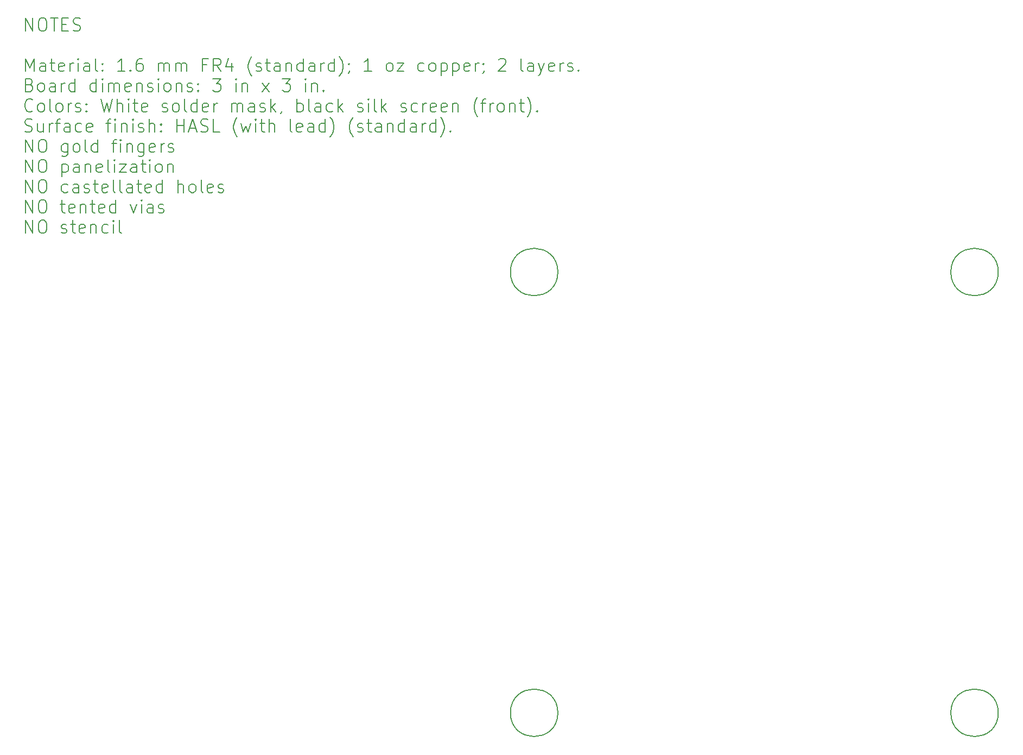
<source format=gbr>
G04 #@! TF.GenerationSoftware,KiCad,Pcbnew,(5.1.2)-1*
G04 #@! TF.CreationDate,2019-06-11T18:42:14-07:00*
G04 #@! TF.ProjectId,psu,7073752e-6b69-4636-9164-5f7063625858,rev?*
G04 #@! TF.SameCoordinates,Original*
G04 #@! TF.FileFunction,Other,Comment*
%FSLAX46Y46*%
G04 Gerber Fmt 4.6, Leading zero omitted, Abs format (unit mm)*
G04 Created by KiCad (PCBNEW (5.1.2)-1) date 2019-06-11 18:42:14*
%MOMM*%
%LPD*%
G04 APERTURE LIST*
%ADD10C,0.150000*%
G04 APERTURE END LIST*
D10*
X23433690Y-25794761D02*
X23433690Y-23794761D01*
X24576547Y-25794761D01*
X24576547Y-23794761D01*
X25909880Y-23794761D02*
X26290833Y-23794761D01*
X26481309Y-23890000D01*
X26671785Y-24080476D01*
X26767023Y-24461428D01*
X26767023Y-25128095D01*
X26671785Y-25509047D01*
X26481309Y-25699523D01*
X26290833Y-25794761D01*
X25909880Y-25794761D01*
X25719404Y-25699523D01*
X25528928Y-25509047D01*
X25433690Y-25128095D01*
X25433690Y-24461428D01*
X25528928Y-24080476D01*
X25719404Y-23890000D01*
X25909880Y-23794761D01*
X27338452Y-23794761D02*
X28481309Y-23794761D01*
X27909880Y-25794761D02*
X27909880Y-23794761D01*
X29147976Y-24747142D02*
X29814642Y-24747142D01*
X30100357Y-25794761D02*
X29147976Y-25794761D01*
X29147976Y-23794761D01*
X30100357Y-23794761D01*
X30862261Y-25699523D02*
X31147976Y-25794761D01*
X31624166Y-25794761D01*
X31814642Y-25699523D01*
X31909880Y-25604285D01*
X32005119Y-25413809D01*
X32005119Y-25223333D01*
X31909880Y-25032857D01*
X31814642Y-24937619D01*
X31624166Y-24842380D01*
X31243214Y-24747142D01*
X31052738Y-24651904D01*
X30957500Y-24556666D01*
X30862261Y-24366190D01*
X30862261Y-24175714D01*
X30957500Y-23985238D01*
X31052738Y-23890000D01*
X31243214Y-23794761D01*
X31719404Y-23794761D01*
X32005119Y-23890000D01*
X23433690Y-32094761D02*
X23433690Y-30094761D01*
X24100357Y-31523333D01*
X24767023Y-30094761D01*
X24767023Y-32094761D01*
X26576547Y-32094761D02*
X26576547Y-31047142D01*
X26481309Y-30856666D01*
X26290833Y-30761428D01*
X25909880Y-30761428D01*
X25719404Y-30856666D01*
X26576547Y-31999523D02*
X26386071Y-32094761D01*
X25909880Y-32094761D01*
X25719404Y-31999523D01*
X25624166Y-31809047D01*
X25624166Y-31618571D01*
X25719404Y-31428095D01*
X25909880Y-31332857D01*
X26386071Y-31332857D01*
X26576547Y-31237619D01*
X27243214Y-30761428D02*
X28005119Y-30761428D01*
X27528928Y-30094761D02*
X27528928Y-31809047D01*
X27624166Y-31999523D01*
X27814642Y-32094761D01*
X28005119Y-32094761D01*
X29433690Y-31999523D02*
X29243214Y-32094761D01*
X28862261Y-32094761D01*
X28671785Y-31999523D01*
X28576547Y-31809047D01*
X28576547Y-31047142D01*
X28671785Y-30856666D01*
X28862261Y-30761428D01*
X29243214Y-30761428D01*
X29433690Y-30856666D01*
X29528928Y-31047142D01*
X29528928Y-31237619D01*
X28576547Y-31428095D01*
X30386071Y-32094761D02*
X30386071Y-30761428D01*
X30386071Y-31142380D02*
X30481309Y-30951904D01*
X30576547Y-30856666D01*
X30767023Y-30761428D01*
X30957500Y-30761428D01*
X31624166Y-32094761D02*
X31624166Y-30761428D01*
X31624166Y-30094761D02*
X31528928Y-30190000D01*
X31624166Y-30285238D01*
X31719404Y-30190000D01*
X31624166Y-30094761D01*
X31624166Y-30285238D01*
X33433690Y-32094761D02*
X33433690Y-31047142D01*
X33338452Y-30856666D01*
X33147976Y-30761428D01*
X32767023Y-30761428D01*
X32576547Y-30856666D01*
X33433690Y-31999523D02*
X33243214Y-32094761D01*
X32767023Y-32094761D01*
X32576547Y-31999523D01*
X32481309Y-31809047D01*
X32481309Y-31618571D01*
X32576547Y-31428095D01*
X32767023Y-31332857D01*
X33243214Y-31332857D01*
X33433690Y-31237619D01*
X34671785Y-32094761D02*
X34481309Y-31999523D01*
X34386071Y-31809047D01*
X34386071Y-30094761D01*
X35433690Y-31904285D02*
X35528928Y-31999523D01*
X35433690Y-32094761D01*
X35338452Y-31999523D01*
X35433690Y-31904285D01*
X35433690Y-32094761D01*
X35433690Y-30856666D02*
X35528928Y-30951904D01*
X35433690Y-31047142D01*
X35338452Y-30951904D01*
X35433690Y-30856666D01*
X35433690Y-31047142D01*
X38957500Y-32094761D02*
X37814642Y-32094761D01*
X38386071Y-32094761D02*
X38386071Y-30094761D01*
X38195595Y-30380476D01*
X38005119Y-30570952D01*
X37814642Y-30666190D01*
X39814642Y-31904285D02*
X39909880Y-31999523D01*
X39814642Y-32094761D01*
X39719404Y-31999523D01*
X39814642Y-31904285D01*
X39814642Y-32094761D01*
X41624166Y-30094761D02*
X41243214Y-30094761D01*
X41052738Y-30190000D01*
X40957500Y-30285238D01*
X40767023Y-30570952D01*
X40671785Y-30951904D01*
X40671785Y-31713809D01*
X40767023Y-31904285D01*
X40862261Y-31999523D01*
X41052738Y-32094761D01*
X41433690Y-32094761D01*
X41624166Y-31999523D01*
X41719404Y-31904285D01*
X41814642Y-31713809D01*
X41814642Y-31237619D01*
X41719404Y-31047142D01*
X41624166Y-30951904D01*
X41433690Y-30856666D01*
X41052738Y-30856666D01*
X40862261Y-30951904D01*
X40767023Y-31047142D01*
X40671785Y-31237619D01*
X44195595Y-32094761D02*
X44195595Y-30761428D01*
X44195595Y-30951904D02*
X44290833Y-30856666D01*
X44481309Y-30761428D01*
X44767023Y-30761428D01*
X44957500Y-30856666D01*
X45052738Y-31047142D01*
X45052738Y-32094761D01*
X45052738Y-31047142D02*
X45147976Y-30856666D01*
X45338452Y-30761428D01*
X45624166Y-30761428D01*
X45814642Y-30856666D01*
X45909880Y-31047142D01*
X45909880Y-32094761D01*
X46862261Y-32094761D02*
X46862261Y-30761428D01*
X46862261Y-30951904D02*
X46957500Y-30856666D01*
X47147976Y-30761428D01*
X47433690Y-30761428D01*
X47624166Y-30856666D01*
X47719404Y-31047142D01*
X47719404Y-32094761D01*
X47719404Y-31047142D02*
X47814642Y-30856666D01*
X48005119Y-30761428D01*
X48290833Y-30761428D01*
X48481309Y-30856666D01*
X48576547Y-31047142D01*
X48576547Y-32094761D01*
X51719404Y-31047142D02*
X51052738Y-31047142D01*
X51052738Y-32094761D02*
X51052738Y-30094761D01*
X52005119Y-30094761D01*
X53909880Y-32094761D02*
X53243214Y-31142380D01*
X52767023Y-32094761D02*
X52767023Y-30094761D01*
X53528928Y-30094761D01*
X53719404Y-30190000D01*
X53814642Y-30285238D01*
X53909880Y-30475714D01*
X53909880Y-30761428D01*
X53814642Y-30951904D01*
X53719404Y-31047142D01*
X53528928Y-31142380D01*
X52767023Y-31142380D01*
X55624166Y-30761428D02*
X55624166Y-32094761D01*
X55147976Y-29999523D02*
X54671785Y-31428095D01*
X55909880Y-31428095D01*
X58767023Y-32856666D02*
X58671785Y-32761428D01*
X58481309Y-32475714D01*
X58386071Y-32285238D01*
X58290833Y-31999523D01*
X58195595Y-31523333D01*
X58195595Y-31142380D01*
X58290833Y-30666190D01*
X58386071Y-30380476D01*
X58481309Y-30190000D01*
X58671785Y-29904285D01*
X58767023Y-29809047D01*
X59433690Y-31999523D02*
X59624166Y-32094761D01*
X60005119Y-32094761D01*
X60195595Y-31999523D01*
X60290833Y-31809047D01*
X60290833Y-31713809D01*
X60195595Y-31523333D01*
X60005119Y-31428095D01*
X59719404Y-31428095D01*
X59528928Y-31332857D01*
X59433690Y-31142380D01*
X59433690Y-31047142D01*
X59528928Y-30856666D01*
X59719404Y-30761428D01*
X60005119Y-30761428D01*
X60195595Y-30856666D01*
X60862261Y-30761428D02*
X61624166Y-30761428D01*
X61147976Y-30094761D02*
X61147976Y-31809047D01*
X61243214Y-31999523D01*
X61433690Y-32094761D01*
X61624166Y-32094761D01*
X63147976Y-32094761D02*
X63147976Y-31047142D01*
X63052738Y-30856666D01*
X62862261Y-30761428D01*
X62481309Y-30761428D01*
X62290833Y-30856666D01*
X63147976Y-31999523D02*
X62957499Y-32094761D01*
X62481309Y-32094761D01*
X62290833Y-31999523D01*
X62195595Y-31809047D01*
X62195595Y-31618571D01*
X62290833Y-31428095D01*
X62481309Y-31332857D01*
X62957499Y-31332857D01*
X63147976Y-31237619D01*
X64100357Y-30761428D02*
X64100357Y-32094761D01*
X64100357Y-30951904D02*
X64195595Y-30856666D01*
X64386071Y-30761428D01*
X64671785Y-30761428D01*
X64862261Y-30856666D01*
X64957499Y-31047142D01*
X64957499Y-32094761D01*
X66767023Y-32094761D02*
X66767023Y-30094761D01*
X66767023Y-31999523D02*
X66576547Y-32094761D01*
X66195595Y-32094761D01*
X66005119Y-31999523D01*
X65909880Y-31904285D01*
X65814642Y-31713809D01*
X65814642Y-31142380D01*
X65909880Y-30951904D01*
X66005119Y-30856666D01*
X66195595Y-30761428D01*
X66576547Y-30761428D01*
X66767023Y-30856666D01*
X68576547Y-32094761D02*
X68576547Y-31047142D01*
X68481309Y-30856666D01*
X68290833Y-30761428D01*
X67909880Y-30761428D01*
X67719404Y-30856666D01*
X68576547Y-31999523D02*
X68386071Y-32094761D01*
X67909880Y-32094761D01*
X67719404Y-31999523D01*
X67624166Y-31809047D01*
X67624166Y-31618571D01*
X67719404Y-31428095D01*
X67909880Y-31332857D01*
X68386071Y-31332857D01*
X68576547Y-31237619D01*
X69528928Y-32094761D02*
X69528928Y-30761428D01*
X69528928Y-31142380D02*
X69624166Y-30951904D01*
X69719404Y-30856666D01*
X69909880Y-30761428D01*
X70100357Y-30761428D01*
X71624166Y-32094761D02*
X71624166Y-30094761D01*
X71624166Y-31999523D02*
X71433690Y-32094761D01*
X71052738Y-32094761D01*
X70862261Y-31999523D01*
X70767023Y-31904285D01*
X70671785Y-31713809D01*
X70671785Y-31142380D01*
X70767023Y-30951904D01*
X70862261Y-30856666D01*
X71052738Y-30761428D01*
X71433690Y-30761428D01*
X71624166Y-30856666D01*
X72386071Y-32856666D02*
X72481309Y-32761428D01*
X72671785Y-32475714D01*
X72767023Y-32285238D01*
X72862261Y-31999523D01*
X72957499Y-31523333D01*
X72957499Y-31142380D01*
X72862261Y-30666190D01*
X72767023Y-30380476D01*
X72671785Y-30190000D01*
X72481309Y-29904285D01*
X72386071Y-29809047D01*
X74005119Y-31999523D02*
X74005119Y-32094761D01*
X73909880Y-32285238D01*
X73814642Y-32380476D01*
X73909880Y-30856666D02*
X74005119Y-30951904D01*
X73909880Y-31047142D01*
X73814642Y-30951904D01*
X73909880Y-30856666D01*
X73909880Y-31047142D01*
X77433690Y-32094761D02*
X76290833Y-32094761D01*
X76862261Y-32094761D02*
X76862261Y-30094761D01*
X76671785Y-30380476D01*
X76481309Y-30570952D01*
X76290833Y-30666190D01*
X80100357Y-32094761D02*
X79909880Y-31999523D01*
X79814642Y-31904285D01*
X79719404Y-31713809D01*
X79719404Y-31142380D01*
X79814642Y-30951904D01*
X79909880Y-30856666D01*
X80100357Y-30761428D01*
X80386071Y-30761428D01*
X80576547Y-30856666D01*
X80671785Y-30951904D01*
X80767023Y-31142380D01*
X80767023Y-31713809D01*
X80671785Y-31904285D01*
X80576547Y-31999523D01*
X80386071Y-32094761D01*
X80100357Y-32094761D01*
X81433690Y-30761428D02*
X82481309Y-30761428D01*
X81433690Y-32094761D01*
X82481309Y-32094761D01*
X85624166Y-31999523D02*
X85433690Y-32094761D01*
X85052738Y-32094761D01*
X84862261Y-31999523D01*
X84767023Y-31904285D01*
X84671785Y-31713809D01*
X84671785Y-31142380D01*
X84767023Y-30951904D01*
X84862261Y-30856666D01*
X85052738Y-30761428D01*
X85433690Y-30761428D01*
X85624166Y-30856666D01*
X86767023Y-32094761D02*
X86576547Y-31999523D01*
X86481309Y-31904285D01*
X86386071Y-31713809D01*
X86386071Y-31142380D01*
X86481309Y-30951904D01*
X86576547Y-30856666D01*
X86767023Y-30761428D01*
X87052738Y-30761428D01*
X87243214Y-30856666D01*
X87338452Y-30951904D01*
X87433690Y-31142380D01*
X87433690Y-31713809D01*
X87338452Y-31904285D01*
X87243214Y-31999523D01*
X87052738Y-32094761D01*
X86767023Y-32094761D01*
X88290833Y-30761428D02*
X88290833Y-32761428D01*
X88290833Y-30856666D02*
X88481309Y-30761428D01*
X88862261Y-30761428D01*
X89052738Y-30856666D01*
X89147976Y-30951904D01*
X89243214Y-31142380D01*
X89243214Y-31713809D01*
X89147976Y-31904285D01*
X89052738Y-31999523D01*
X88862261Y-32094761D01*
X88481309Y-32094761D01*
X88290833Y-31999523D01*
X90100357Y-30761428D02*
X90100357Y-32761428D01*
X90100357Y-30856666D02*
X90290833Y-30761428D01*
X90671785Y-30761428D01*
X90862261Y-30856666D01*
X90957499Y-30951904D01*
X91052738Y-31142380D01*
X91052738Y-31713809D01*
X90957499Y-31904285D01*
X90862261Y-31999523D01*
X90671785Y-32094761D01*
X90290833Y-32094761D01*
X90100357Y-31999523D01*
X92671785Y-31999523D02*
X92481309Y-32094761D01*
X92100357Y-32094761D01*
X91909880Y-31999523D01*
X91814642Y-31809047D01*
X91814642Y-31047142D01*
X91909880Y-30856666D01*
X92100357Y-30761428D01*
X92481309Y-30761428D01*
X92671785Y-30856666D01*
X92767023Y-31047142D01*
X92767023Y-31237619D01*
X91814642Y-31428095D01*
X93624166Y-32094761D02*
X93624166Y-30761428D01*
X93624166Y-31142380D02*
X93719404Y-30951904D01*
X93814642Y-30856666D01*
X94005119Y-30761428D01*
X94195595Y-30761428D01*
X94957499Y-31999523D02*
X94957499Y-32094761D01*
X94862261Y-32285238D01*
X94767023Y-32380476D01*
X94862261Y-30856666D02*
X94957499Y-30951904D01*
X94862261Y-31047142D01*
X94767023Y-30951904D01*
X94862261Y-30856666D01*
X94862261Y-31047142D01*
X97243214Y-30285238D02*
X97338452Y-30190000D01*
X97528928Y-30094761D01*
X98005119Y-30094761D01*
X98195595Y-30190000D01*
X98290833Y-30285238D01*
X98386071Y-30475714D01*
X98386071Y-30666190D01*
X98290833Y-30951904D01*
X97147976Y-32094761D01*
X98386071Y-32094761D01*
X101052738Y-32094761D02*
X100862261Y-31999523D01*
X100767023Y-31809047D01*
X100767023Y-30094761D01*
X102671785Y-32094761D02*
X102671785Y-31047142D01*
X102576547Y-30856666D01*
X102386071Y-30761428D01*
X102005119Y-30761428D01*
X101814642Y-30856666D01*
X102671785Y-31999523D02*
X102481309Y-32094761D01*
X102005119Y-32094761D01*
X101814642Y-31999523D01*
X101719404Y-31809047D01*
X101719404Y-31618571D01*
X101814642Y-31428095D01*
X102005119Y-31332857D01*
X102481309Y-31332857D01*
X102671785Y-31237619D01*
X103433690Y-30761428D02*
X103909880Y-32094761D01*
X104386071Y-30761428D02*
X103909880Y-32094761D01*
X103719404Y-32570952D01*
X103624166Y-32666190D01*
X103433690Y-32761428D01*
X105909880Y-31999523D02*
X105719404Y-32094761D01*
X105338452Y-32094761D01*
X105147976Y-31999523D01*
X105052738Y-31809047D01*
X105052738Y-31047142D01*
X105147976Y-30856666D01*
X105338452Y-30761428D01*
X105719404Y-30761428D01*
X105909880Y-30856666D01*
X106005119Y-31047142D01*
X106005119Y-31237619D01*
X105052738Y-31428095D01*
X106862261Y-32094761D02*
X106862261Y-30761428D01*
X106862261Y-31142380D02*
X106957499Y-30951904D01*
X107052738Y-30856666D01*
X107243214Y-30761428D01*
X107433690Y-30761428D01*
X108005119Y-31999523D02*
X108195595Y-32094761D01*
X108576547Y-32094761D01*
X108767023Y-31999523D01*
X108862261Y-31809047D01*
X108862261Y-31713809D01*
X108767023Y-31523333D01*
X108576547Y-31428095D01*
X108290833Y-31428095D01*
X108100357Y-31332857D01*
X108005119Y-31142380D01*
X108005119Y-31047142D01*
X108100357Y-30856666D01*
X108290833Y-30761428D01*
X108576547Y-30761428D01*
X108767023Y-30856666D01*
X109719404Y-31904285D02*
X109814642Y-31999523D01*
X109719404Y-32094761D01*
X109624166Y-31999523D01*
X109719404Y-31904285D01*
X109719404Y-32094761D01*
X24100357Y-34197142D02*
X24386071Y-34292380D01*
X24481309Y-34387619D01*
X24576547Y-34578095D01*
X24576547Y-34863809D01*
X24481309Y-35054285D01*
X24386071Y-35149523D01*
X24195595Y-35244761D01*
X23433690Y-35244761D01*
X23433690Y-33244761D01*
X24100357Y-33244761D01*
X24290833Y-33340000D01*
X24386071Y-33435238D01*
X24481309Y-33625714D01*
X24481309Y-33816190D01*
X24386071Y-34006666D01*
X24290833Y-34101904D01*
X24100357Y-34197142D01*
X23433690Y-34197142D01*
X25719404Y-35244761D02*
X25528928Y-35149523D01*
X25433690Y-35054285D01*
X25338452Y-34863809D01*
X25338452Y-34292380D01*
X25433690Y-34101904D01*
X25528928Y-34006666D01*
X25719404Y-33911428D01*
X26005119Y-33911428D01*
X26195595Y-34006666D01*
X26290833Y-34101904D01*
X26386071Y-34292380D01*
X26386071Y-34863809D01*
X26290833Y-35054285D01*
X26195595Y-35149523D01*
X26005119Y-35244761D01*
X25719404Y-35244761D01*
X28100357Y-35244761D02*
X28100357Y-34197142D01*
X28005119Y-34006666D01*
X27814642Y-33911428D01*
X27433690Y-33911428D01*
X27243214Y-34006666D01*
X28100357Y-35149523D02*
X27909880Y-35244761D01*
X27433690Y-35244761D01*
X27243214Y-35149523D01*
X27147976Y-34959047D01*
X27147976Y-34768571D01*
X27243214Y-34578095D01*
X27433690Y-34482857D01*
X27909880Y-34482857D01*
X28100357Y-34387619D01*
X29052738Y-35244761D02*
X29052738Y-33911428D01*
X29052738Y-34292380D02*
X29147976Y-34101904D01*
X29243214Y-34006666D01*
X29433690Y-33911428D01*
X29624166Y-33911428D01*
X31147976Y-35244761D02*
X31147976Y-33244761D01*
X31147976Y-35149523D02*
X30957500Y-35244761D01*
X30576547Y-35244761D01*
X30386071Y-35149523D01*
X30290833Y-35054285D01*
X30195595Y-34863809D01*
X30195595Y-34292380D01*
X30290833Y-34101904D01*
X30386071Y-34006666D01*
X30576547Y-33911428D01*
X30957500Y-33911428D01*
X31147976Y-34006666D01*
X34481309Y-35244761D02*
X34481309Y-33244761D01*
X34481309Y-35149523D02*
X34290833Y-35244761D01*
X33909880Y-35244761D01*
X33719404Y-35149523D01*
X33624166Y-35054285D01*
X33528928Y-34863809D01*
X33528928Y-34292380D01*
X33624166Y-34101904D01*
X33719404Y-34006666D01*
X33909880Y-33911428D01*
X34290833Y-33911428D01*
X34481309Y-34006666D01*
X35433690Y-35244761D02*
X35433690Y-33911428D01*
X35433690Y-33244761D02*
X35338452Y-33340000D01*
X35433690Y-33435238D01*
X35528928Y-33340000D01*
X35433690Y-33244761D01*
X35433690Y-33435238D01*
X36386071Y-35244761D02*
X36386071Y-33911428D01*
X36386071Y-34101904D02*
X36481309Y-34006666D01*
X36671785Y-33911428D01*
X36957500Y-33911428D01*
X37147976Y-34006666D01*
X37243214Y-34197142D01*
X37243214Y-35244761D01*
X37243214Y-34197142D02*
X37338452Y-34006666D01*
X37528928Y-33911428D01*
X37814642Y-33911428D01*
X38005119Y-34006666D01*
X38100357Y-34197142D01*
X38100357Y-35244761D01*
X39814642Y-35149523D02*
X39624166Y-35244761D01*
X39243214Y-35244761D01*
X39052738Y-35149523D01*
X38957500Y-34959047D01*
X38957500Y-34197142D01*
X39052738Y-34006666D01*
X39243214Y-33911428D01*
X39624166Y-33911428D01*
X39814642Y-34006666D01*
X39909880Y-34197142D01*
X39909880Y-34387619D01*
X38957500Y-34578095D01*
X40767023Y-33911428D02*
X40767023Y-35244761D01*
X40767023Y-34101904D02*
X40862261Y-34006666D01*
X41052738Y-33911428D01*
X41338452Y-33911428D01*
X41528928Y-34006666D01*
X41624166Y-34197142D01*
X41624166Y-35244761D01*
X42481309Y-35149523D02*
X42671785Y-35244761D01*
X43052738Y-35244761D01*
X43243214Y-35149523D01*
X43338452Y-34959047D01*
X43338452Y-34863809D01*
X43243214Y-34673333D01*
X43052738Y-34578095D01*
X42767023Y-34578095D01*
X42576547Y-34482857D01*
X42481309Y-34292380D01*
X42481309Y-34197142D01*
X42576547Y-34006666D01*
X42767023Y-33911428D01*
X43052738Y-33911428D01*
X43243214Y-34006666D01*
X44195595Y-35244761D02*
X44195595Y-33911428D01*
X44195595Y-33244761D02*
X44100357Y-33340000D01*
X44195595Y-33435238D01*
X44290833Y-33340000D01*
X44195595Y-33244761D01*
X44195595Y-33435238D01*
X45433690Y-35244761D02*
X45243214Y-35149523D01*
X45147976Y-35054285D01*
X45052738Y-34863809D01*
X45052738Y-34292380D01*
X45147976Y-34101904D01*
X45243214Y-34006666D01*
X45433690Y-33911428D01*
X45719404Y-33911428D01*
X45909880Y-34006666D01*
X46005119Y-34101904D01*
X46100357Y-34292380D01*
X46100357Y-34863809D01*
X46005119Y-35054285D01*
X45909880Y-35149523D01*
X45719404Y-35244761D01*
X45433690Y-35244761D01*
X46957500Y-33911428D02*
X46957500Y-35244761D01*
X46957500Y-34101904D02*
X47052738Y-34006666D01*
X47243214Y-33911428D01*
X47528928Y-33911428D01*
X47719404Y-34006666D01*
X47814642Y-34197142D01*
X47814642Y-35244761D01*
X48671785Y-35149523D02*
X48862261Y-35244761D01*
X49243214Y-35244761D01*
X49433690Y-35149523D01*
X49528928Y-34959047D01*
X49528928Y-34863809D01*
X49433690Y-34673333D01*
X49243214Y-34578095D01*
X48957500Y-34578095D01*
X48767023Y-34482857D01*
X48671785Y-34292380D01*
X48671785Y-34197142D01*
X48767023Y-34006666D01*
X48957500Y-33911428D01*
X49243214Y-33911428D01*
X49433690Y-34006666D01*
X50386071Y-35054285D02*
X50481309Y-35149523D01*
X50386071Y-35244761D01*
X50290833Y-35149523D01*
X50386071Y-35054285D01*
X50386071Y-35244761D01*
X50386071Y-34006666D02*
X50481309Y-34101904D01*
X50386071Y-34197142D01*
X50290833Y-34101904D01*
X50386071Y-34006666D01*
X50386071Y-34197142D01*
X52671785Y-33244761D02*
X53909880Y-33244761D01*
X53243214Y-34006666D01*
X53528928Y-34006666D01*
X53719404Y-34101904D01*
X53814642Y-34197142D01*
X53909880Y-34387619D01*
X53909880Y-34863809D01*
X53814642Y-35054285D01*
X53719404Y-35149523D01*
X53528928Y-35244761D01*
X52957499Y-35244761D01*
X52767023Y-35149523D01*
X52671785Y-35054285D01*
X56290833Y-35244761D02*
X56290833Y-33911428D01*
X56290833Y-33244761D02*
X56195595Y-33340000D01*
X56290833Y-33435238D01*
X56386071Y-33340000D01*
X56290833Y-33244761D01*
X56290833Y-33435238D01*
X57243214Y-33911428D02*
X57243214Y-35244761D01*
X57243214Y-34101904D02*
X57338452Y-34006666D01*
X57528928Y-33911428D01*
X57814642Y-33911428D01*
X58005119Y-34006666D01*
X58100357Y-34197142D01*
X58100357Y-35244761D01*
X60386071Y-35244761D02*
X61433690Y-33911428D01*
X60386071Y-33911428D02*
X61433690Y-35244761D01*
X63528928Y-33244761D02*
X64767023Y-33244761D01*
X64100357Y-34006666D01*
X64386071Y-34006666D01*
X64576547Y-34101904D01*
X64671785Y-34197142D01*
X64767023Y-34387619D01*
X64767023Y-34863809D01*
X64671785Y-35054285D01*
X64576547Y-35149523D01*
X64386071Y-35244761D01*
X63814642Y-35244761D01*
X63624166Y-35149523D01*
X63528928Y-35054285D01*
X67147976Y-35244761D02*
X67147976Y-33911428D01*
X67147976Y-33244761D02*
X67052738Y-33340000D01*
X67147976Y-33435238D01*
X67243214Y-33340000D01*
X67147976Y-33244761D01*
X67147976Y-33435238D01*
X68100357Y-33911428D02*
X68100357Y-35244761D01*
X68100357Y-34101904D02*
X68195595Y-34006666D01*
X68386071Y-33911428D01*
X68671785Y-33911428D01*
X68862261Y-34006666D01*
X68957499Y-34197142D01*
X68957499Y-35244761D01*
X69909880Y-35054285D02*
X70005119Y-35149523D01*
X69909880Y-35244761D01*
X69814642Y-35149523D01*
X69909880Y-35054285D01*
X69909880Y-35244761D01*
X24576547Y-38204285D02*
X24481309Y-38299523D01*
X24195595Y-38394761D01*
X24005119Y-38394761D01*
X23719404Y-38299523D01*
X23528928Y-38109047D01*
X23433690Y-37918571D01*
X23338452Y-37537619D01*
X23338452Y-37251904D01*
X23433690Y-36870952D01*
X23528928Y-36680476D01*
X23719404Y-36490000D01*
X24005119Y-36394761D01*
X24195595Y-36394761D01*
X24481309Y-36490000D01*
X24576547Y-36585238D01*
X25719404Y-38394761D02*
X25528928Y-38299523D01*
X25433690Y-38204285D01*
X25338452Y-38013809D01*
X25338452Y-37442380D01*
X25433690Y-37251904D01*
X25528928Y-37156666D01*
X25719404Y-37061428D01*
X26005119Y-37061428D01*
X26195595Y-37156666D01*
X26290833Y-37251904D01*
X26386071Y-37442380D01*
X26386071Y-38013809D01*
X26290833Y-38204285D01*
X26195595Y-38299523D01*
X26005119Y-38394761D01*
X25719404Y-38394761D01*
X27528928Y-38394761D02*
X27338452Y-38299523D01*
X27243214Y-38109047D01*
X27243214Y-36394761D01*
X28576547Y-38394761D02*
X28386071Y-38299523D01*
X28290833Y-38204285D01*
X28195595Y-38013809D01*
X28195595Y-37442380D01*
X28290833Y-37251904D01*
X28386071Y-37156666D01*
X28576547Y-37061428D01*
X28862261Y-37061428D01*
X29052738Y-37156666D01*
X29147976Y-37251904D01*
X29243214Y-37442380D01*
X29243214Y-38013809D01*
X29147976Y-38204285D01*
X29052738Y-38299523D01*
X28862261Y-38394761D01*
X28576547Y-38394761D01*
X30100357Y-38394761D02*
X30100357Y-37061428D01*
X30100357Y-37442380D02*
X30195595Y-37251904D01*
X30290833Y-37156666D01*
X30481309Y-37061428D01*
X30671785Y-37061428D01*
X31243214Y-38299523D02*
X31433690Y-38394761D01*
X31814642Y-38394761D01*
X32005119Y-38299523D01*
X32100357Y-38109047D01*
X32100357Y-38013809D01*
X32005119Y-37823333D01*
X31814642Y-37728095D01*
X31528928Y-37728095D01*
X31338452Y-37632857D01*
X31243214Y-37442380D01*
X31243214Y-37347142D01*
X31338452Y-37156666D01*
X31528928Y-37061428D01*
X31814642Y-37061428D01*
X32005119Y-37156666D01*
X32957500Y-38204285D02*
X33052738Y-38299523D01*
X32957500Y-38394761D01*
X32862261Y-38299523D01*
X32957500Y-38204285D01*
X32957500Y-38394761D01*
X32957500Y-37156666D02*
X33052738Y-37251904D01*
X32957500Y-37347142D01*
X32862261Y-37251904D01*
X32957500Y-37156666D01*
X32957500Y-37347142D01*
X35243214Y-36394761D02*
X35719404Y-38394761D01*
X36100357Y-36966190D01*
X36481309Y-38394761D01*
X36957500Y-36394761D01*
X37719404Y-38394761D02*
X37719404Y-36394761D01*
X38576547Y-38394761D02*
X38576547Y-37347142D01*
X38481309Y-37156666D01*
X38290833Y-37061428D01*
X38005119Y-37061428D01*
X37814642Y-37156666D01*
X37719404Y-37251904D01*
X39528928Y-38394761D02*
X39528928Y-37061428D01*
X39528928Y-36394761D02*
X39433690Y-36490000D01*
X39528928Y-36585238D01*
X39624166Y-36490000D01*
X39528928Y-36394761D01*
X39528928Y-36585238D01*
X40195595Y-37061428D02*
X40957500Y-37061428D01*
X40481309Y-36394761D02*
X40481309Y-38109047D01*
X40576547Y-38299523D01*
X40767023Y-38394761D01*
X40957500Y-38394761D01*
X42386071Y-38299523D02*
X42195595Y-38394761D01*
X41814642Y-38394761D01*
X41624166Y-38299523D01*
X41528928Y-38109047D01*
X41528928Y-37347142D01*
X41624166Y-37156666D01*
X41814642Y-37061428D01*
X42195595Y-37061428D01*
X42386071Y-37156666D01*
X42481309Y-37347142D01*
X42481309Y-37537619D01*
X41528928Y-37728095D01*
X44767023Y-38299523D02*
X44957499Y-38394761D01*
X45338452Y-38394761D01*
X45528928Y-38299523D01*
X45624166Y-38109047D01*
X45624166Y-38013809D01*
X45528928Y-37823333D01*
X45338452Y-37728095D01*
X45052738Y-37728095D01*
X44862261Y-37632857D01*
X44767023Y-37442380D01*
X44767023Y-37347142D01*
X44862261Y-37156666D01*
X45052738Y-37061428D01*
X45338452Y-37061428D01*
X45528928Y-37156666D01*
X46767023Y-38394761D02*
X46576547Y-38299523D01*
X46481309Y-38204285D01*
X46386071Y-38013809D01*
X46386071Y-37442380D01*
X46481309Y-37251904D01*
X46576547Y-37156666D01*
X46767023Y-37061428D01*
X47052738Y-37061428D01*
X47243214Y-37156666D01*
X47338452Y-37251904D01*
X47433690Y-37442380D01*
X47433690Y-38013809D01*
X47338452Y-38204285D01*
X47243214Y-38299523D01*
X47052738Y-38394761D01*
X46767023Y-38394761D01*
X48576547Y-38394761D02*
X48386071Y-38299523D01*
X48290833Y-38109047D01*
X48290833Y-36394761D01*
X50195595Y-38394761D02*
X50195595Y-36394761D01*
X50195595Y-38299523D02*
X50005119Y-38394761D01*
X49624166Y-38394761D01*
X49433690Y-38299523D01*
X49338452Y-38204285D01*
X49243214Y-38013809D01*
X49243214Y-37442380D01*
X49338452Y-37251904D01*
X49433690Y-37156666D01*
X49624166Y-37061428D01*
X50005119Y-37061428D01*
X50195595Y-37156666D01*
X51909880Y-38299523D02*
X51719404Y-38394761D01*
X51338452Y-38394761D01*
X51147976Y-38299523D01*
X51052738Y-38109047D01*
X51052738Y-37347142D01*
X51147976Y-37156666D01*
X51338452Y-37061428D01*
X51719404Y-37061428D01*
X51909880Y-37156666D01*
X52005119Y-37347142D01*
X52005119Y-37537619D01*
X51052738Y-37728095D01*
X52862261Y-38394761D02*
X52862261Y-37061428D01*
X52862261Y-37442380D02*
X52957499Y-37251904D01*
X53052738Y-37156666D01*
X53243214Y-37061428D01*
X53433690Y-37061428D01*
X55624166Y-38394761D02*
X55624166Y-37061428D01*
X55624166Y-37251904D02*
X55719404Y-37156666D01*
X55909880Y-37061428D01*
X56195595Y-37061428D01*
X56386071Y-37156666D01*
X56481309Y-37347142D01*
X56481309Y-38394761D01*
X56481309Y-37347142D02*
X56576547Y-37156666D01*
X56767023Y-37061428D01*
X57052738Y-37061428D01*
X57243214Y-37156666D01*
X57338452Y-37347142D01*
X57338452Y-38394761D01*
X59147976Y-38394761D02*
X59147976Y-37347142D01*
X59052738Y-37156666D01*
X58862261Y-37061428D01*
X58481309Y-37061428D01*
X58290833Y-37156666D01*
X59147976Y-38299523D02*
X58957499Y-38394761D01*
X58481309Y-38394761D01*
X58290833Y-38299523D01*
X58195595Y-38109047D01*
X58195595Y-37918571D01*
X58290833Y-37728095D01*
X58481309Y-37632857D01*
X58957499Y-37632857D01*
X59147976Y-37537619D01*
X60005119Y-38299523D02*
X60195595Y-38394761D01*
X60576547Y-38394761D01*
X60767023Y-38299523D01*
X60862261Y-38109047D01*
X60862261Y-38013809D01*
X60767023Y-37823333D01*
X60576547Y-37728095D01*
X60290833Y-37728095D01*
X60100357Y-37632857D01*
X60005119Y-37442380D01*
X60005119Y-37347142D01*
X60100357Y-37156666D01*
X60290833Y-37061428D01*
X60576547Y-37061428D01*
X60767023Y-37156666D01*
X61719404Y-38394761D02*
X61719404Y-36394761D01*
X61909880Y-37632857D02*
X62481309Y-38394761D01*
X62481309Y-37061428D02*
X61719404Y-37823333D01*
X63433690Y-38299523D02*
X63433690Y-38394761D01*
X63338452Y-38585238D01*
X63243214Y-38680476D01*
X65814642Y-38394761D02*
X65814642Y-36394761D01*
X65814642Y-37156666D02*
X66005119Y-37061428D01*
X66386071Y-37061428D01*
X66576547Y-37156666D01*
X66671785Y-37251904D01*
X66767023Y-37442380D01*
X66767023Y-38013809D01*
X66671785Y-38204285D01*
X66576547Y-38299523D01*
X66386071Y-38394761D01*
X66005119Y-38394761D01*
X65814642Y-38299523D01*
X67909880Y-38394761D02*
X67719404Y-38299523D01*
X67624166Y-38109047D01*
X67624166Y-36394761D01*
X69528928Y-38394761D02*
X69528928Y-37347142D01*
X69433690Y-37156666D01*
X69243214Y-37061428D01*
X68862261Y-37061428D01*
X68671785Y-37156666D01*
X69528928Y-38299523D02*
X69338452Y-38394761D01*
X68862261Y-38394761D01*
X68671785Y-38299523D01*
X68576547Y-38109047D01*
X68576547Y-37918571D01*
X68671785Y-37728095D01*
X68862261Y-37632857D01*
X69338452Y-37632857D01*
X69528928Y-37537619D01*
X71338452Y-38299523D02*
X71147976Y-38394761D01*
X70767023Y-38394761D01*
X70576547Y-38299523D01*
X70481309Y-38204285D01*
X70386071Y-38013809D01*
X70386071Y-37442380D01*
X70481309Y-37251904D01*
X70576547Y-37156666D01*
X70767023Y-37061428D01*
X71147976Y-37061428D01*
X71338452Y-37156666D01*
X72195595Y-38394761D02*
X72195595Y-36394761D01*
X72386071Y-37632857D02*
X72957499Y-38394761D01*
X72957499Y-37061428D02*
X72195595Y-37823333D01*
X75243214Y-38299523D02*
X75433690Y-38394761D01*
X75814642Y-38394761D01*
X76005119Y-38299523D01*
X76100357Y-38109047D01*
X76100357Y-38013809D01*
X76005119Y-37823333D01*
X75814642Y-37728095D01*
X75528928Y-37728095D01*
X75338452Y-37632857D01*
X75243214Y-37442380D01*
X75243214Y-37347142D01*
X75338452Y-37156666D01*
X75528928Y-37061428D01*
X75814642Y-37061428D01*
X76005119Y-37156666D01*
X76957499Y-38394761D02*
X76957499Y-37061428D01*
X76957499Y-36394761D02*
X76862261Y-36490000D01*
X76957499Y-36585238D01*
X77052738Y-36490000D01*
X76957499Y-36394761D01*
X76957499Y-36585238D01*
X78195595Y-38394761D02*
X78005119Y-38299523D01*
X77909880Y-38109047D01*
X77909880Y-36394761D01*
X78957499Y-38394761D02*
X78957499Y-36394761D01*
X79147976Y-37632857D02*
X79719404Y-38394761D01*
X79719404Y-37061428D02*
X78957499Y-37823333D01*
X82005119Y-38299523D02*
X82195595Y-38394761D01*
X82576547Y-38394761D01*
X82767023Y-38299523D01*
X82862261Y-38109047D01*
X82862261Y-38013809D01*
X82767023Y-37823333D01*
X82576547Y-37728095D01*
X82290833Y-37728095D01*
X82100357Y-37632857D01*
X82005119Y-37442380D01*
X82005119Y-37347142D01*
X82100357Y-37156666D01*
X82290833Y-37061428D01*
X82576547Y-37061428D01*
X82767023Y-37156666D01*
X84576547Y-38299523D02*
X84386071Y-38394761D01*
X84005119Y-38394761D01*
X83814642Y-38299523D01*
X83719404Y-38204285D01*
X83624166Y-38013809D01*
X83624166Y-37442380D01*
X83719404Y-37251904D01*
X83814642Y-37156666D01*
X84005119Y-37061428D01*
X84386071Y-37061428D01*
X84576547Y-37156666D01*
X85433690Y-38394761D02*
X85433690Y-37061428D01*
X85433690Y-37442380D02*
X85528928Y-37251904D01*
X85624166Y-37156666D01*
X85814642Y-37061428D01*
X86005119Y-37061428D01*
X87433690Y-38299523D02*
X87243214Y-38394761D01*
X86862261Y-38394761D01*
X86671785Y-38299523D01*
X86576547Y-38109047D01*
X86576547Y-37347142D01*
X86671785Y-37156666D01*
X86862261Y-37061428D01*
X87243214Y-37061428D01*
X87433690Y-37156666D01*
X87528928Y-37347142D01*
X87528928Y-37537619D01*
X86576547Y-37728095D01*
X89147976Y-38299523D02*
X88957499Y-38394761D01*
X88576547Y-38394761D01*
X88386071Y-38299523D01*
X88290833Y-38109047D01*
X88290833Y-37347142D01*
X88386071Y-37156666D01*
X88576547Y-37061428D01*
X88957499Y-37061428D01*
X89147976Y-37156666D01*
X89243214Y-37347142D01*
X89243214Y-37537619D01*
X88290833Y-37728095D01*
X90100357Y-37061428D02*
X90100357Y-38394761D01*
X90100357Y-37251904D02*
X90195595Y-37156666D01*
X90386071Y-37061428D01*
X90671785Y-37061428D01*
X90862261Y-37156666D01*
X90957499Y-37347142D01*
X90957499Y-38394761D01*
X94005119Y-39156666D02*
X93909880Y-39061428D01*
X93719404Y-38775714D01*
X93624166Y-38585238D01*
X93528928Y-38299523D01*
X93433690Y-37823333D01*
X93433690Y-37442380D01*
X93528928Y-36966190D01*
X93624166Y-36680476D01*
X93719404Y-36490000D01*
X93909880Y-36204285D01*
X94005119Y-36109047D01*
X94481309Y-37061428D02*
X95243214Y-37061428D01*
X94767023Y-38394761D02*
X94767023Y-36680476D01*
X94862261Y-36490000D01*
X95052738Y-36394761D01*
X95243214Y-36394761D01*
X95909880Y-38394761D02*
X95909880Y-37061428D01*
X95909880Y-37442380D02*
X96005119Y-37251904D01*
X96100357Y-37156666D01*
X96290833Y-37061428D01*
X96481309Y-37061428D01*
X97433690Y-38394761D02*
X97243214Y-38299523D01*
X97147976Y-38204285D01*
X97052738Y-38013809D01*
X97052738Y-37442380D01*
X97147976Y-37251904D01*
X97243214Y-37156666D01*
X97433690Y-37061428D01*
X97719404Y-37061428D01*
X97909880Y-37156666D01*
X98005119Y-37251904D01*
X98100357Y-37442380D01*
X98100357Y-38013809D01*
X98005119Y-38204285D01*
X97909880Y-38299523D01*
X97719404Y-38394761D01*
X97433690Y-38394761D01*
X98957499Y-37061428D02*
X98957499Y-38394761D01*
X98957499Y-37251904D02*
X99052738Y-37156666D01*
X99243214Y-37061428D01*
X99528928Y-37061428D01*
X99719404Y-37156666D01*
X99814642Y-37347142D01*
X99814642Y-38394761D01*
X100481309Y-37061428D02*
X101243214Y-37061428D01*
X100767023Y-36394761D02*
X100767023Y-38109047D01*
X100862261Y-38299523D01*
X101052738Y-38394761D01*
X101243214Y-38394761D01*
X101719404Y-39156666D02*
X101814642Y-39061428D01*
X102005119Y-38775714D01*
X102100357Y-38585238D01*
X102195595Y-38299523D01*
X102290833Y-37823333D01*
X102290833Y-37442380D01*
X102195595Y-36966190D01*
X102100357Y-36680476D01*
X102005119Y-36490000D01*
X101814642Y-36204285D01*
X101719404Y-36109047D01*
X103243214Y-38204285D02*
X103338452Y-38299523D01*
X103243214Y-38394761D01*
X103147976Y-38299523D01*
X103243214Y-38204285D01*
X103243214Y-38394761D01*
X23338452Y-41449523D02*
X23624166Y-41544761D01*
X24100357Y-41544761D01*
X24290833Y-41449523D01*
X24386071Y-41354285D01*
X24481309Y-41163809D01*
X24481309Y-40973333D01*
X24386071Y-40782857D01*
X24290833Y-40687619D01*
X24100357Y-40592380D01*
X23719404Y-40497142D01*
X23528928Y-40401904D01*
X23433690Y-40306666D01*
X23338452Y-40116190D01*
X23338452Y-39925714D01*
X23433690Y-39735238D01*
X23528928Y-39640000D01*
X23719404Y-39544761D01*
X24195595Y-39544761D01*
X24481309Y-39640000D01*
X26195595Y-40211428D02*
X26195595Y-41544761D01*
X25338452Y-40211428D02*
X25338452Y-41259047D01*
X25433690Y-41449523D01*
X25624166Y-41544761D01*
X25909880Y-41544761D01*
X26100357Y-41449523D01*
X26195595Y-41354285D01*
X27147976Y-41544761D02*
X27147976Y-40211428D01*
X27147976Y-40592380D02*
X27243214Y-40401904D01*
X27338452Y-40306666D01*
X27528928Y-40211428D01*
X27719404Y-40211428D01*
X28100357Y-40211428D02*
X28862261Y-40211428D01*
X28386071Y-41544761D02*
X28386071Y-39830476D01*
X28481309Y-39640000D01*
X28671785Y-39544761D01*
X28862261Y-39544761D01*
X30386071Y-41544761D02*
X30386071Y-40497142D01*
X30290833Y-40306666D01*
X30100357Y-40211428D01*
X29719404Y-40211428D01*
X29528928Y-40306666D01*
X30386071Y-41449523D02*
X30195595Y-41544761D01*
X29719404Y-41544761D01*
X29528928Y-41449523D01*
X29433690Y-41259047D01*
X29433690Y-41068571D01*
X29528928Y-40878095D01*
X29719404Y-40782857D01*
X30195595Y-40782857D01*
X30386071Y-40687619D01*
X32195595Y-41449523D02*
X32005119Y-41544761D01*
X31624166Y-41544761D01*
X31433690Y-41449523D01*
X31338452Y-41354285D01*
X31243214Y-41163809D01*
X31243214Y-40592380D01*
X31338452Y-40401904D01*
X31433690Y-40306666D01*
X31624166Y-40211428D01*
X32005119Y-40211428D01*
X32195595Y-40306666D01*
X33814642Y-41449523D02*
X33624166Y-41544761D01*
X33243214Y-41544761D01*
X33052738Y-41449523D01*
X32957500Y-41259047D01*
X32957500Y-40497142D01*
X33052738Y-40306666D01*
X33243214Y-40211428D01*
X33624166Y-40211428D01*
X33814642Y-40306666D01*
X33909880Y-40497142D01*
X33909880Y-40687619D01*
X32957500Y-40878095D01*
X36005119Y-40211428D02*
X36767023Y-40211428D01*
X36290833Y-41544761D02*
X36290833Y-39830476D01*
X36386071Y-39640000D01*
X36576547Y-39544761D01*
X36767023Y-39544761D01*
X37433690Y-41544761D02*
X37433690Y-40211428D01*
X37433690Y-39544761D02*
X37338452Y-39640000D01*
X37433690Y-39735238D01*
X37528928Y-39640000D01*
X37433690Y-39544761D01*
X37433690Y-39735238D01*
X38386071Y-40211428D02*
X38386071Y-41544761D01*
X38386071Y-40401904D02*
X38481309Y-40306666D01*
X38671785Y-40211428D01*
X38957500Y-40211428D01*
X39147976Y-40306666D01*
X39243214Y-40497142D01*
X39243214Y-41544761D01*
X40195595Y-41544761D02*
X40195595Y-40211428D01*
X40195595Y-39544761D02*
X40100357Y-39640000D01*
X40195595Y-39735238D01*
X40290833Y-39640000D01*
X40195595Y-39544761D01*
X40195595Y-39735238D01*
X41052738Y-41449523D02*
X41243214Y-41544761D01*
X41624166Y-41544761D01*
X41814642Y-41449523D01*
X41909880Y-41259047D01*
X41909880Y-41163809D01*
X41814642Y-40973333D01*
X41624166Y-40878095D01*
X41338452Y-40878095D01*
X41147976Y-40782857D01*
X41052738Y-40592380D01*
X41052738Y-40497142D01*
X41147976Y-40306666D01*
X41338452Y-40211428D01*
X41624166Y-40211428D01*
X41814642Y-40306666D01*
X42767023Y-41544761D02*
X42767023Y-39544761D01*
X43624166Y-41544761D02*
X43624166Y-40497142D01*
X43528928Y-40306666D01*
X43338452Y-40211428D01*
X43052738Y-40211428D01*
X42862261Y-40306666D01*
X42767023Y-40401904D01*
X44576547Y-41354285D02*
X44671785Y-41449523D01*
X44576547Y-41544761D01*
X44481309Y-41449523D01*
X44576547Y-41354285D01*
X44576547Y-41544761D01*
X44576547Y-40306666D02*
X44671785Y-40401904D01*
X44576547Y-40497142D01*
X44481309Y-40401904D01*
X44576547Y-40306666D01*
X44576547Y-40497142D01*
X47052738Y-41544761D02*
X47052738Y-39544761D01*
X47052738Y-40497142D02*
X48195595Y-40497142D01*
X48195595Y-41544761D02*
X48195595Y-39544761D01*
X49052738Y-40973333D02*
X50005119Y-40973333D01*
X48862261Y-41544761D02*
X49528928Y-39544761D01*
X50195595Y-41544761D01*
X50767023Y-41449523D02*
X51052738Y-41544761D01*
X51528928Y-41544761D01*
X51719404Y-41449523D01*
X51814642Y-41354285D01*
X51909880Y-41163809D01*
X51909880Y-40973333D01*
X51814642Y-40782857D01*
X51719404Y-40687619D01*
X51528928Y-40592380D01*
X51147976Y-40497142D01*
X50957499Y-40401904D01*
X50862261Y-40306666D01*
X50767023Y-40116190D01*
X50767023Y-39925714D01*
X50862261Y-39735238D01*
X50957499Y-39640000D01*
X51147976Y-39544761D01*
X51624166Y-39544761D01*
X51909880Y-39640000D01*
X53719404Y-41544761D02*
X52767023Y-41544761D01*
X52767023Y-39544761D01*
X56481309Y-42306666D02*
X56386071Y-42211428D01*
X56195595Y-41925714D01*
X56100357Y-41735238D01*
X56005119Y-41449523D01*
X55909880Y-40973333D01*
X55909880Y-40592380D01*
X56005119Y-40116190D01*
X56100357Y-39830476D01*
X56195595Y-39640000D01*
X56386071Y-39354285D01*
X56481309Y-39259047D01*
X57052738Y-40211428D02*
X57433690Y-41544761D01*
X57814642Y-40592380D01*
X58195595Y-41544761D01*
X58576547Y-40211428D01*
X59338452Y-41544761D02*
X59338452Y-40211428D01*
X59338452Y-39544761D02*
X59243214Y-39640000D01*
X59338452Y-39735238D01*
X59433690Y-39640000D01*
X59338452Y-39544761D01*
X59338452Y-39735238D01*
X60005119Y-40211428D02*
X60767023Y-40211428D01*
X60290833Y-39544761D02*
X60290833Y-41259047D01*
X60386071Y-41449523D01*
X60576547Y-41544761D01*
X60767023Y-41544761D01*
X61433690Y-41544761D02*
X61433690Y-39544761D01*
X62290833Y-41544761D02*
X62290833Y-40497142D01*
X62195595Y-40306666D01*
X62005119Y-40211428D01*
X61719404Y-40211428D01*
X61528928Y-40306666D01*
X61433690Y-40401904D01*
X65052738Y-41544761D02*
X64862261Y-41449523D01*
X64767023Y-41259047D01*
X64767023Y-39544761D01*
X66576547Y-41449523D02*
X66386071Y-41544761D01*
X66005119Y-41544761D01*
X65814642Y-41449523D01*
X65719404Y-41259047D01*
X65719404Y-40497142D01*
X65814642Y-40306666D01*
X66005119Y-40211428D01*
X66386071Y-40211428D01*
X66576547Y-40306666D01*
X66671785Y-40497142D01*
X66671785Y-40687619D01*
X65719404Y-40878095D01*
X68386071Y-41544761D02*
X68386071Y-40497142D01*
X68290833Y-40306666D01*
X68100357Y-40211428D01*
X67719404Y-40211428D01*
X67528928Y-40306666D01*
X68386071Y-41449523D02*
X68195595Y-41544761D01*
X67719404Y-41544761D01*
X67528928Y-41449523D01*
X67433690Y-41259047D01*
X67433690Y-41068571D01*
X67528928Y-40878095D01*
X67719404Y-40782857D01*
X68195595Y-40782857D01*
X68386071Y-40687619D01*
X70195595Y-41544761D02*
X70195595Y-39544761D01*
X70195595Y-41449523D02*
X70005119Y-41544761D01*
X69624166Y-41544761D01*
X69433690Y-41449523D01*
X69338452Y-41354285D01*
X69243214Y-41163809D01*
X69243214Y-40592380D01*
X69338452Y-40401904D01*
X69433690Y-40306666D01*
X69624166Y-40211428D01*
X70005119Y-40211428D01*
X70195595Y-40306666D01*
X70957499Y-42306666D02*
X71052738Y-42211428D01*
X71243214Y-41925714D01*
X71338452Y-41735238D01*
X71433690Y-41449523D01*
X71528928Y-40973333D01*
X71528928Y-40592380D01*
X71433690Y-40116190D01*
X71338452Y-39830476D01*
X71243214Y-39640000D01*
X71052738Y-39354285D01*
X70957499Y-39259047D01*
X74576547Y-42306666D02*
X74481309Y-42211428D01*
X74290833Y-41925714D01*
X74195595Y-41735238D01*
X74100357Y-41449523D01*
X74005119Y-40973333D01*
X74005119Y-40592380D01*
X74100357Y-40116190D01*
X74195595Y-39830476D01*
X74290833Y-39640000D01*
X74481309Y-39354285D01*
X74576547Y-39259047D01*
X75243214Y-41449523D02*
X75433690Y-41544761D01*
X75814642Y-41544761D01*
X76005119Y-41449523D01*
X76100357Y-41259047D01*
X76100357Y-41163809D01*
X76005119Y-40973333D01*
X75814642Y-40878095D01*
X75528928Y-40878095D01*
X75338452Y-40782857D01*
X75243214Y-40592380D01*
X75243214Y-40497142D01*
X75338452Y-40306666D01*
X75528928Y-40211428D01*
X75814642Y-40211428D01*
X76005119Y-40306666D01*
X76671785Y-40211428D02*
X77433690Y-40211428D01*
X76957499Y-39544761D02*
X76957499Y-41259047D01*
X77052738Y-41449523D01*
X77243214Y-41544761D01*
X77433690Y-41544761D01*
X78957499Y-41544761D02*
X78957499Y-40497142D01*
X78862261Y-40306666D01*
X78671785Y-40211428D01*
X78290833Y-40211428D01*
X78100357Y-40306666D01*
X78957499Y-41449523D02*
X78767023Y-41544761D01*
X78290833Y-41544761D01*
X78100357Y-41449523D01*
X78005119Y-41259047D01*
X78005119Y-41068571D01*
X78100357Y-40878095D01*
X78290833Y-40782857D01*
X78767023Y-40782857D01*
X78957499Y-40687619D01*
X79909880Y-40211428D02*
X79909880Y-41544761D01*
X79909880Y-40401904D02*
X80005119Y-40306666D01*
X80195595Y-40211428D01*
X80481309Y-40211428D01*
X80671785Y-40306666D01*
X80767023Y-40497142D01*
X80767023Y-41544761D01*
X82576547Y-41544761D02*
X82576547Y-39544761D01*
X82576547Y-41449523D02*
X82386071Y-41544761D01*
X82005119Y-41544761D01*
X81814642Y-41449523D01*
X81719404Y-41354285D01*
X81624166Y-41163809D01*
X81624166Y-40592380D01*
X81719404Y-40401904D01*
X81814642Y-40306666D01*
X82005119Y-40211428D01*
X82386071Y-40211428D01*
X82576547Y-40306666D01*
X84386071Y-41544761D02*
X84386071Y-40497142D01*
X84290833Y-40306666D01*
X84100357Y-40211428D01*
X83719404Y-40211428D01*
X83528928Y-40306666D01*
X84386071Y-41449523D02*
X84195595Y-41544761D01*
X83719404Y-41544761D01*
X83528928Y-41449523D01*
X83433690Y-41259047D01*
X83433690Y-41068571D01*
X83528928Y-40878095D01*
X83719404Y-40782857D01*
X84195595Y-40782857D01*
X84386071Y-40687619D01*
X85338452Y-41544761D02*
X85338452Y-40211428D01*
X85338452Y-40592380D02*
X85433690Y-40401904D01*
X85528928Y-40306666D01*
X85719404Y-40211428D01*
X85909880Y-40211428D01*
X87433690Y-41544761D02*
X87433690Y-39544761D01*
X87433690Y-41449523D02*
X87243214Y-41544761D01*
X86862261Y-41544761D01*
X86671785Y-41449523D01*
X86576547Y-41354285D01*
X86481309Y-41163809D01*
X86481309Y-40592380D01*
X86576547Y-40401904D01*
X86671785Y-40306666D01*
X86862261Y-40211428D01*
X87243214Y-40211428D01*
X87433690Y-40306666D01*
X88195595Y-42306666D02*
X88290833Y-42211428D01*
X88481309Y-41925714D01*
X88576547Y-41735238D01*
X88671785Y-41449523D01*
X88767023Y-40973333D01*
X88767023Y-40592380D01*
X88671785Y-40116190D01*
X88576547Y-39830476D01*
X88481309Y-39640000D01*
X88290833Y-39354285D01*
X88195595Y-39259047D01*
X89719404Y-41354285D02*
X89814642Y-41449523D01*
X89719404Y-41544761D01*
X89624166Y-41449523D01*
X89719404Y-41354285D01*
X89719404Y-41544761D01*
X23433690Y-44694761D02*
X23433690Y-42694761D01*
X24576547Y-44694761D01*
X24576547Y-42694761D01*
X25909880Y-42694761D02*
X26290833Y-42694761D01*
X26481309Y-42790000D01*
X26671785Y-42980476D01*
X26767023Y-43361428D01*
X26767023Y-44028095D01*
X26671785Y-44409047D01*
X26481309Y-44599523D01*
X26290833Y-44694761D01*
X25909880Y-44694761D01*
X25719404Y-44599523D01*
X25528928Y-44409047D01*
X25433690Y-44028095D01*
X25433690Y-43361428D01*
X25528928Y-42980476D01*
X25719404Y-42790000D01*
X25909880Y-42694761D01*
X30005119Y-43361428D02*
X30005119Y-44980476D01*
X29909880Y-45170952D01*
X29814642Y-45266190D01*
X29624166Y-45361428D01*
X29338452Y-45361428D01*
X29147976Y-45266190D01*
X30005119Y-44599523D02*
X29814642Y-44694761D01*
X29433690Y-44694761D01*
X29243214Y-44599523D01*
X29147976Y-44504285D01*
X29052738Y-44313809D01*
X29052738Y-43742380D01*
X29147976Y-43551904D01*
X29243214Y-43456666D01*
X29433690Y-43361428D01*
X29814642Y-43361428D01*
X30005119Y-43456666D01*
X31243214Y-44694761D02*
X31052738Y-44599523D01*
X30957500Y-44504285D01*
X30862261Y-44313809D01*
X30862261Y-43742380D01*
X30957500Y-43551904D01*
X31052738Y-43456666D01*
X31243214Y-43361428D01*
X31528928Y-43361428D01*
X31719404Y-43456666D01*
X31814642Y-43551904D01*
X31909880Y-43742380D01*
X31909880Y-44313809D01*
X31814642Y-44504285D01*
X31719404Y-44599523D01*
X31528928Y-44694761D01*
X31243214Y-44694761D01*
X33052738Y-44694761D02*
X32862261Y-44599523D01*
X32767023Y-44409047D01*
X32767023Y-42694761D01*
X34671785Y-44694761D02*
X34671785Y-42694761D01*
X34671785Y-44599523D02*
X34481309Y-44694761D01*
X34100357Y-44694761D01*
X33909880Y-44599523D01*
X33814642Y-44504285D01*
X33719404Y-44313809D01*
X33719404Y-43742380D01*
X33814642Y-43551904D01*
X33909880Y-43456666D01*
X34100357Y-43361428D01*
X34481309Y-43361428D01*
X34671785Y-43456666D01*
X36862261Y-43361428D02*
X37624166Y-43361428D01*
X37147976Y-44694761D02*
X37147976Y-42980476D01*
X37243214Y-42790000D01*
X37433690Y-42694761D01*
X37624166Y-42694761D01*
X38290833Y-44694761D02*
X38290833Y-43361428D01*
X38290833Y-42694761D02*
X38195595Y-42790000D01*
X38290833Y-42885238D01*
X38386071Y-42790000D01*
X38290833Y-42694761D01*
X38290833Y-42885238D01*
X39243214Y-43361428D02*
X39243214Y-44694761D01*
X39243214Y-43551904D02*
X39338452Y-43456666D01*
X39528928Y-43361428D01*
X39814642Y-43361428D01*
X40005119Y-43456666D01*
X40100357Y-43647142D01*
X40100357Y-44694761D01*
X41909880Y-43361428D02*
X41909880Y-44980476D01*
X41814642Y-45170952D01*
X41719404Y-45266190D01*
X41528928Y-45361428D01*
X41243214Y-45361428D01*
X41052738Y-45266190D01*
X41909880Y-44599523D02*
X41719404Y-44694761D01*
X41338452Y-44694761D01*
X41147976Y-44599523D01*
X41052738Y-44504285D01*
X40957500Y-44313809D01*
X40957500Y-43742380D01*
X41052738Y-43551904D01*
X41147976Y-43456666D01*
X41338452Y-43361428D01*
X41719404Y-43361428D01*
X41909880Y-43456666D01*
X43624166Y-44599523D02*
X43433690Y-44694761D01*
X43052738Y-44694761D01*
X42862261Y-44599523D01*
X42767023Y-44409047D01*
X42767023Y-43647142D01*
X42862261Y-43456666D01*
X43052738Y-43361428D01*
X43433690Y-43361428D01*
X43624166Y-43456666D01*
X43719404Y-43647142D01*
X43719404Y-43837619D01*
X42767023Y-44028095D01*
X44576547Y-44694761D02*
X44576547Y-43361428D01*
X44576547Y-43742380D02*
X44671785Y-43551904D01*
X44767023Y-43456666D01*
X44957500Y-43361428D01*
X45147976Y-43361428D01*
X45719404Y-44599523D02*
X45909880Y-44694761D01*
X46290833Y-44694761D01*
X46481309Y-44599523D01*
X46576547Y-44409047D01*
X46576547Y-44313809D01*
X46481309Y-44123333D01*
X46290833Y-44028095D01*
X46005119Y-44028095D01*
X45814642Y-43932857D01*
X45719404Y-43742380D01*
X45719404Y-43647142D01*
X45814642Y-43456666D01*
X46005119Y-43361428D01*
X46290833Y-43361428D01*
X46481309Y-43456666D01*
X23433690Y-47844761D02*
X23433690Y-45844761D01*
X24576547Y-47844761D01*
X24576547Y-45844761D01*
X25909880Y-45844761D02*
X26290833Y-45844761D01*
X26481309Y-45940000D01*
X26671785Y-46130476D01*
X26767023Y-46511428D01*
X26767023Y-47178095D01*
X26671785Y-47559047D01*
X26481309Y-47749523D01*
X26290833Y-47844761D01*
X25909880Y-47844761D01*
X25719404Y-47749523D01*
X25528928Y-47559047D01*
X25433690Y-47178095D01*
X25433690Y-46511428D01*
X25528928Y-46130476D01*
X25719404Y-45940000D01*
X25909880Y-45844761D01*
X29147976Y-46511428D02*
X29147976Y-48511428D01*
X29147976Y-46606666D02*
X29338452Y-46511428D01*
X29719404Y-46511428D01*
X29909880Y-46606666D01*
X30005119Y-46701904D01*
X30100357Y-46892380D01*
X30100357Y-47463809D01*
X30005119Y-47654285D01*
X29909880Y-47749523D01*
X29719404Y-47844761D01*
X29338452Y-47844761D01*
X29147976Y-47749523D01*
X31814642Y-47844761D02*
X31814642Y-46797142D01*
X31719404Y-46606666D01*
X31528928Y-46511428D01*
X31147976Y-46511428D01*
X30957500Y-46606666D01*
X31814642Y-47749523D02*
X31624166Y-47844761D01*
X31147976Y-47844761D01*
X30957500Y-47749523D01*
X30862261Y-47559047D01*
X30862261Y-47368571D01*
X30957500Y-47178095D01*
X31147976Y-47082857D01*
X31624166Y-47082857D01*
X31814642Y-46987619D01*
X32767023Y-46511428D02*
X32767023Y-47844761D01*
X32767023Y-46701904D02*
X32862261Y-46606666D01*
X33052738Y-46511428D01*
X33338452Y-46511428D01*
X33528928Y-46606666D01*
X33624166Y-46797142D01*
X33624166Y-47844761D01*
X35338452Y-47749523D02*
X35147976Y-47844761D01*
X34767023Y-47844761D01*
X34576547Y-47749523D01*
X34481309Y-47559047D01*
X34481309Y-46797142D01*
X34576547Y-46606666D01*
X34767023Y-46511428D01*
X35147976Y-46511428D01*
X35338452Y-46606666D01*
X35433690Y-46797142D01*
X35433690Y-46987619D01*
X34481309Y-47178095D01*
X36576547Y-47844761D02*
X36386071Y-47749523D01*
X36290833Y-47559047D01*
X36290833Y-45844761D01*
X37338452Y-47844761D02*
X37338452Y-46511428D01*
X37338452Y-45844761D02*
X37243214Y-45940000D01*
X37338452Y-46035238D01*
X37433690Y-45940000D01*
X37338452Y-45844761D01*
X37338452Y-46035238D01*
X38100357Y-46511428D02*
X39147976Y-46511428D01*
X38100357Y-47844761D01*
X39147976Y-47844761D01*
X40767023Y-47844761D02*
X40767023Y-46797142D01*
X40671785Y-46606666D01*
X40481309Y-46511428D01*
X40100357Y-46511428D01*
X39909880Y-46606666D01*
X40767023Y-47749523D02*
X40576547Y-47844761D01*
X40100357Y-47844761D01*
X39909880Y-47749523D01*
X39814642Y-47559047D01*
X39814642Y-47368571D01*
X39909880Y-47178095D01*
X40100357Y-47082857D01*
X40576547Y-47082857D01*
X40767023Y-46987619D01*
X41433690Y-46511428D02*
X42195595Y-46511428D01*
X41719404Y-45844761D02*
X41719404Y-47559047D01*
X41814642Y-47749523D01*
X42005119Y-47844761D01*
X42195595Y-47844761D01*
X42862261Y-47844761D02*
X42862261Y-46511428D01*
X42862261Y-45844761D02*
X42767023Y-45940000D01*
X42862261Y-46035238D01*
X42957500Y-45940000D01*
X42862261Y-45844761D01*
X42862261Y-46035238D01*
X44100357Y-47844761D02*
X43909880Y-47749523D01*
X43814642Y-47654285D01*
X43719404Y-47463809D01*
X43719404Y-46892380D01*
X43814642Y-46701904D01*
X43909880Y-46606666D01*
X44100357Y-46511428D01*
X44386071Y-46511428D01*
X44576547Y-46606666D01*
X44671785Y-46701904D01*
X44767023Y-46892380D01*
X44767023Y-47463809D01*
X44671785Y-47654285D01*
X44576547Y-47749523D01*
X44386071Y-47844761D01*
X44100357Y-47844761D01*
X45624166Y-46511428D02*
X45624166Y-47844761D01*
X45624166Y-46701904D02*
X45719404Y-46606666D01*
X45909880Y-46511428D01*
X46195595Y-46511428D01*
X46386071Y-46606666D01*
X46481309Y-46797142D01*
X46481309Y-47844761D01*
X23433690Y-50994761D02*
X23433690Y-48994761D01*
X24576547Y-50994761D01*
X24576547Y-48994761D01*
X25909880Y-48994761D02*
X26290833Y-48994761D01*
X26481309Y-49090000D01*
X26671785Y-49280476D01*
X26767023Y-49661428D01*
X26767023Y-50328095D01*
X26671785Y-50709047D01*
X26481309Y-50899523D01*
X26290833Y-50994761D01*
X25909880Y-50994761D01*
X25719404Y-50899523D01*
X25528928Y-50709047D01*
X25433690Y-50328095D01*
X25433690Y-49661428D01*
X25528928Y-49280476D01*
X25719404Y-49090000D01*
X25909880Y-48994761D01*
X30005119Y-50899523D02*
X29814642Y-50994761D01*
X29433690Y-50994761D01*
X29243214Y-50899523D01*
X29147976Y-50804285D01*
X29052738Y-50613809D01*
X29052738Y-50042380D01*
X29147976Y-49851904D01*
X29243214Y-49756666D01*
X29433690Y-49661428D01*
X29814642Y-49661428D01*
X30005119Y-49756666D01*
X31719404Y-50994761D02*
X31719404Y-49947142D01*
X31624166Y-49756666D01*
X31433690Y-49661428D01*
X31052738Y-49661428D01*
X30862261Y-49756666D01*
X31719404Y-50899523D02*
X31528928Y-50994761D01*
X31052738Y-50994761D01*
X30862261Y-50899523D01*
X30767023Y-50709047D01*
X30767023Y-50518571D01*
X30862261Y-50328095D01*
X31052738Y-50232857D01*
X31528928Y-50232857D01*
X31719404Y-50137619D01*
X32576547Y-50899523D02*
X32767023Y-50994761D01*
X33147976Y-50994761D01*
X33338452Y-50899523D01*
X33433690Y-50709047D01*
X33433690Y-50613809D01*
X33338452Y-50423333D01*
X33147976Y-50328095D01*
X32862261Y-50328095D01*
X32671785Y-50232857D01*
X32576547Y-50042380D01*
X32576547Y-49947142D01*
X32671785Y-49756666D01*
X32862261Y-49661428D01*
X33147976Y-49661428D01*
X33338452Y-49756666D01*
X34005119Y-49661428D02*
X34767023Y-49661428D01*
X34290833Y-48994761D02*
X34290833Y-50709047D01*
X34386071Y-50899523D01*
X34576547Y-50994761D01*
X34767023Y-50994761D01*
X36195595Y-50899523D02*
X36005119Y-50994761D01*
X35624166Y-50994761D01*
X35433690Y-50899523D01*
X35338452Y-50709047D01*
X35338452Y-49947142D01*
X35433690Y-49756666D01*
X35624166Y-49661428D01*
X36005119Y-49661428D01*
X36195595Y-49756666D01*
X36290833Y-49947142D01*
X36290833Y-50137619D01*
X35338452Y-50328095D01*
X37433690Y-50994761D02*
X37243214Y-50899523D01*
X37147976Y-50709047D01*
X37147976Y-48994761D01*
X38481309Y-50994761D02*
X38290833Y-50899523D01*
X38195595Y-50709047D01*
X38195595Y-48994761D01*
X40100357Y-50994761D02*
X40100357Y-49947142D01*
X40005119Y-49756666D01*
X39814642Y-49661428D01*
X39433690Y-49661428D01*
X39243214Y-49756666D01*
X40100357Y-50899523D02*
X39909880Y-50994761D01*
X39433690Y-50994761D01*
X39243214Y-50899523D01*
X39147976Y-50709047D01*
X39147976Y-50518571D01*
X39243214Y-50328095D01*
X39433690Y-50232857D01*
X39909880Y-50232857D01*
X40100357Y-50137619D01*
X40767023Y-49661428D02*
X41528928Y-49661428D01*
X41052738Y-48994761D02*
X41052738Y-50709047D01*
X41147976Y-50899523D01*
X41338452Y-50994761D01*
X41528928Y-50994761D01*
X42957500Y-50899523D02*
X42767023Y-50994761D01*
X42386071Y-50994761D01*
X42195595Y-50899523D01*
X42100357Y-50709047D01*
X42100357Y-49947142D01*
X42195595Y-49756666D01*
X42386071Y-49661428D01*
X42767023Y-49661428D01*
X42957500Y-49756666D01*
X43052738Y-49947142D01*
X43052738Y-50137619D01*
X42100357Y-50328095D01*
X44767023Y-50994761D02*
X44767023Y-48994761D01*
X44767023Y-50899523D02*
X44576547Y-50994761D01*
X44195595Y-50994761D01*
X44005119Y-50899523D01*
X43909880Y-50804285D01*
X43814642Y-50613809D01*
X43814642Y-50042380D01*
X43909880Y-49851904D01*
X44005119Y-49756666D01*
X44195595Y-49661428D01*
X44576547Y-49661428D01*
X44767023Y-49756666D01*
X47243214Y-50994761D02*
X47243214Y-48994761D01*
X48100357Y-50994761D02*
X48100357Y-49947142D01*
X48005119Y-49756666D01*
X47814642Y-49661428D01*
X47528928Y-49661428D01*
X47338452Y-49756666D01*
X47243214Y-49851904D01*
X49338452Y-50994761D02*
X49147976Y-50899523D01*
X49052738Y-50804285D01*
X48957499Y-50613809D01*
X48957499Y-50042380D01*
X49052738Y-49851904D01*
X49147976Y-49756666D01*
X49338452Y-49661428D01*
X49624166Y-49661428D01*
X49814642Y-49756666D01*
X49909880Y-49851904D01*
X50005119Y-50042380D01*
X50005119Y-50613809D01*
X49909880Y-50804285D01*
X49814642Y-50899523D01*
X49624166Y-50994761D01*
X49338452Y-50994761D01*
X51147976Y-50994761D02*
X50957499Y-50899523D01*
X50862261Y-50709047D01*
X50862261Y-48994761D01*
X52671785Y-50899523D02*
X52481309Y-50994761D01*
X52100357Y-50994761D01*
X51909880Y-50899523D01*
X51814642Y-50709047D01*
X51814642Y-49947142D01*
X51909880Y-49756666D01*
X52100357Y-49661428D01*
X52481309Y-49661428D01*
X52671785Y-49756666D01*
X52767023Y-49947142D01*
X52767023Y-50137619D01*
X51814642Y-50328095D01*
X53528928Y-50899523D02*
X53719404Y-50994761D01*
X54100357Y-50994761D01*
X54290833Y-50899523D01*
X54386071Y-50709047D01*
X54386071Y-50613809D01*
X54290833Y-50423333D01*
X54100357Y-50328095D01*
X53814642Y-50328095D01*
X53624166Y-50232857D01*
X53528928Y-50042380D01*
X53528928Y-49947142D01*
X53624166Y-49756666D01*
X53814642Y-49661428D01*
X54100357Y-49661428D01*
X54290833Y-49756666D01*
X23433690Y-54144761D02*
X23433690Y-52144761D01*
X24576547Y-54144761D01*
X24576547Y-52144761D01*
X25909880Y-52144761D02*
X26290833Y-52144761D01*
X26481309Y-52240000D01*
X26671785Y-52430476D01*
X26767023Y-52811428D01*
X26767023Y-53478095D01*
X26671785Y-53859047D01*
X26481309Y-54049523D01*
X26290833Y-54144761D01*
X25909880Y-54144761D01*
X25719404Y-54049523D01*
X25528928Y-53859047D01*
X25433690Y-53478095D01*
X25433690Y-52811428D01*
X25528928Y-52430476D01*
X25719404Y-52240000D01*
X25909880Y-52144761D01*
X28862261Y-52811428D02*
X29624166Y-52811428D01*
X29147976Y-52144761D02*
X29147976Y-53859047D01*
X29243214Y-54049523D01*
X29433690Y-54144761D01*
X29624166Y-54144761D01*
X31052738Y-54049523D02*
X30862261Y-54144761D01*
X30481309Y-54144761D01*
X30290833Y-54049523D01*
X30195595Y-53859047D01*
X30195595Y-53097142D01*
X30290833Y-52906666D01*
X30481309Y-52811428D01*
X30862261Y-52811428D01*
X31052738Y-52906666D01*
X31147976Y-53097142D01*
X31147976Y-53287619D01*
X30195595Y-53478095D01*
X32005119Y-52811428D02*
X32005119Y-54144761D01*
X32005119Y-53001904D02*
X32100357Y-52906666D01*
X32290833Y-52811428D01*
X32576547Y-52811428D01*
X32767023Y-52906666D01*
X32862261Y-53097142D01*
X32862261Y-54144761D01*
X33528928Y-52811428D02*
X34290833Y-52811428D01*
X33814642Y-52144761D02*
X33814642Y-53859047D01*
X33909880Y-54049523D01*
X34100357Y-54144761D01*
X34290833Y-54144761D01*
X35719404Y-54049523D02*
X35528928Y-54144761D01*
X35147976Y-54144761D01*
X34957500Y-54049523D01*
X34862261Y-53859047D01*
X34862261Y-53097142D01*
X34957500Y-52906666D01*
X35147976Y-52811428D01*
X35528928Y-52811428D01*
X35719404Y-52906666D01*
X35814642Y-53097142D01*
X35814642Y-53287619D01*
X34862261Y-53478095D01*
X37528928Y-54144761D02*
X37528928Y-52144761D01*
X37528928Y-54049523D02*
X37338452Y-54144761D01*
X36957500Y-54144761D01*
X36767023Y-54049523D01*
X36671785Y-53954285D01*
X36576547Y-53763809D01*
X36576547Y-53192380D01*
X36671785Y-53001904D01*
X36767023Y-52906666D01*
X36957500Y-52811428D01*
X37338452Y-52811428D01*
X37528928Y-52906666D01*
X39814642Y-52811428D02*
X40290833Y-54144761D01*
X40767023Y-52811428D01*
X41528928Y-54144761D02*
X41528928Y-52811428D01*
X41528928Y-52144761D02*
X41433690Y-52240000D01*
X41528928Y-52335238D01*
X41624166Y-52240000D01*
X41528928Y-52144761D01*
X41528928Y-52335238D01*
X43338452Y-54144761D02*
X43338452Y-53097142D01*
X43243214Y-52906666D01*
X43052738Y-52811428D01*
X42671785Y-52811428D01*
X42481309Y-52906666D01*
X43338452Y-54049523D02*
X43147976Y-54144761D01*
X42671785Y-54144761D01*
X42481309Y-54049523D01*
X42386071Y-53859047D01*
X42386071Y-53668571D01*
X42481309Y-53478095D01*
X42671785Y-53382857D01*
X43147976Y-53382857D01*
X43338452Y-53287619D01*
X44195595Y-54049523D02*
X44386071Y-54144761D01*
X44767023Y-54144761D01*
X44957500Y-54049523D01*
X45052738Y-53859047D01*
X45052738Y-53763809D01*
X44957500Y-53573333D01*
X44767023Y-53478095D01*
X44481309Y-53478095D01*
X44290833Y-53382857D01*
X44195595Y-53192380D01*
X44195595Y-53097142D01*
X44290833Y-52906666D01*
X44481309Y-52811428D01*
X44767023Y-52811428D01*
X44957500Y-52906666D01*
X23433690Y-57294761D02*
X23433690Y-55294761D01*
X24576547Y-57294761D01*
X24576547Y-55294761D01*
X25909880Y-55294761D02*
X26290833Y-55294761D01*
X26481309Y-55390000D01*
X26671785Y-55580476D01*
X26767023Y-55961428D01*
X26767023Y-56628095D01*
X26671785Y-57009047D01*
X26481309Y-57199523D01*
X26290833Y-57294761D01*
X25909880Y-57294761D01*
X25719404Y-57199523D01*
X25528928Y-57009047D01*
X25433690Y-56628095D01*
X25433690Y-55961428D01*
X25528928Y-55580476D01*
X25719404Y-55390000D01*
X25909880Y-55294761D01*
X29052738Y-57199523D02*
X29243214Y-57294761D01*
X29624166Y-57294761D01*
X29814642Y-57199523D01*
X29909880Y-57009047D01*
X29909880Y-56913809D01*
X29814642Y-56723333D01*
X29624166Y-56628095D01*
X29338452Y-56628095D01*
X29147976Y-56532857D01*
X29052738Y-56342380D01*
X29052738Y-56247142D01*
X29147976Y-56056666D01*
X29338452Y-55961428D01*
X29624166Y-55961428D01*
X29814642Y-56056666D01*
X30481309Y-55961428D02*
X31243214Y-55961428D01*
X30767023Y-55294761D02*
X30767023Y-57009047D01*
X30862261Y-57199523D01*
X31052738Y-57294761D01*
X31243214Y-57294761D01*
X32671785Y-57199523D02*
X32481309Y-57294761D01*
X32100357Y-57294761D01*
X31909880Y-57199523D01*
X31814642Y-57009047D01*
X31814642Y-56247142D01*
X31909880Y-56056666D01*
X32100357Y-55961428D01*
X32481309Y-55961428D01*
X32671785Y-56056666D01*
X32767023Y-56247142D01*
X32767023Y-56437619D01*
X31814642Y-56628095D01*
X33624166Y-55961428D02*
X33624166Y-57294761D01*
X33624166Y-56151904D02*
X33719404Y-56056666D01*
X33909880Y-55961428D01*
X34195595Y-55961428D01*
X34386071Y-56056666D01*
X34481309Y-56247142D01*
X34481309Y-57294761D01*
X36290833Y-57199523D02*
X36100357Y-57294761D01*
X35719404Y-57294761D01*
X35528928Y-57199523D01*
X35433690Y-57104285D01*
X35338452Y-56913809D01*
X35338452Y-56342380D01*
X35433690Y-56151904D01*
X35528928Y-56056666D01*
X35719404Y-55961428D01*
X36100357Y-55961428D01*
X36290833Y-56056666D01*
X37147976Y-57294761D02*
X37147976Y-55961428D01*
X37147976Y-55294761D02*
X37052738Y-55390000D01*
X37147976Y-55485238D01*
X37243214Y-55390000D01*
X37147976Y-55294761D01*
X37147976Y-55485238D01*
X38386071Y-57294761D02*
X38195595Y-57199523D01*
X38100357Y-57009047D01*
X38100357Y-55294761D01*
X175200800Y-132080000D02*
G75*
G03X175200800Y-132080000I-3700000J0D01*
G01*
X175200800Y-63373000D02*
G75*
G03X175200800Y-63373000I-3700000J0D01*
G01*
X106493800Y-63373000D02*
G75*
G03X106493800Y-63373000I-3700000J0D01*
G01*
X106493800Y-132080000D02*
G75*
G03X106493800Y-132080000I-3700000J0D01*
G01*
M02*

</source>
